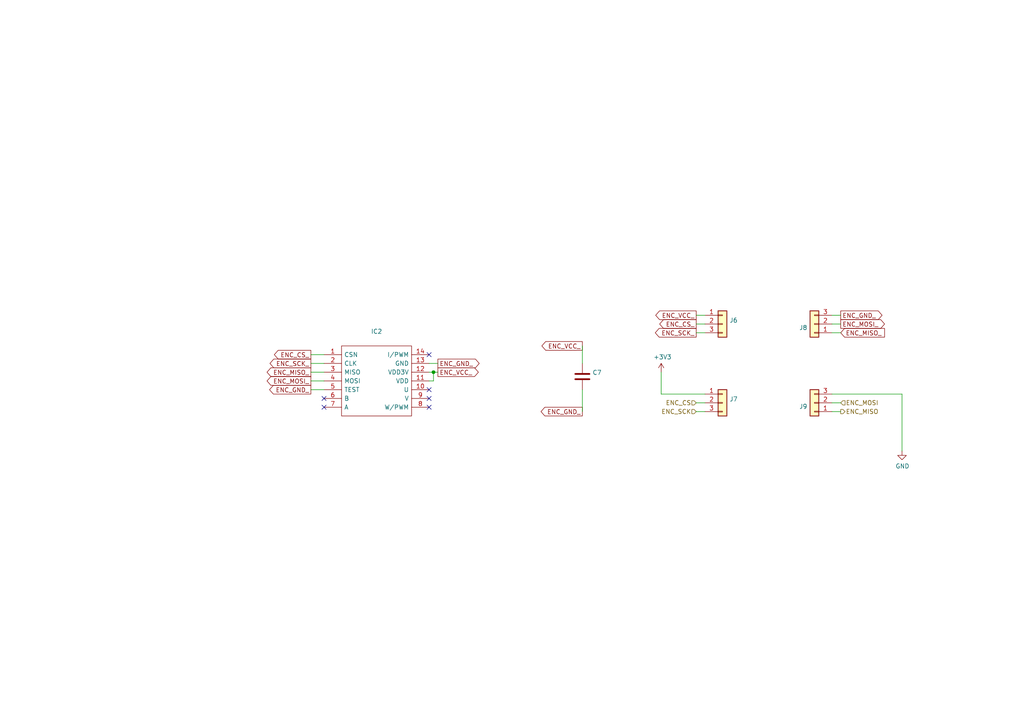
<source format=kicad_sch>
(kicad_sch (version 20211123) (generator eeschema)
  (paper "A4")
  (lib_symbols
    (symbol "Connector_Generic:Conn_01x03" (pin_names (offset 1.016) hide)
      (property "Reference" "J" (at 0 5.08 0))
      (property "Value" "Conn_01x03" (at 0 -5.08 0))
      (symbol "Conn_01x03_1_1"
        (rectangle (start -1.27 -2.413) (end 0 -2.667) (stroke (width 0.1524)))
        (rectangle (start -1.27 0.127) (end 0 -0.127) (stroke (width 0.1524)))
        (rectangle (start -1.27 2.667) (end 0 2.413) (stroke (width 0.1524)))
        (rectangle (start -1.27 3.81) (end 1.27 -3.81) (stroke (width 0.254)) (fill (type background)))
        (pin passive line (at -5.08 2.54 0) (length 3.81) (name "Pin_1") (number "1"))
        (pin passive line (at -5.08 0 0) (length 3.81) (name "Pin_2") (number "2"))
        (pin passive line (at -5.08 -2.54 0) (length 3.81) (name "Pin_3") (number "3"))
      )
    )
    (symbol "Device:C" (pin_numbers hide) (pin_names (offset 0.254))
      (property "Reference" "C" (at 0.635 2.54 0))
      (property "Value" "C" (at 0.635 -2.54 0))
      (symbol "C_0_1"
        (polyline (pts (xy -2.032 -0.762) (xy 2.032 -0.762)) (stroke (width 0.508)))
        (polyline (pts (xy -2.032 0.762) (xy 2.032 0.762)) (stroke (width 0.508)))
      )
      (symbol "C_1_1"
        (pin passive line (at 0 3.81 270) (length 2.794) (name "~") (number "1"))
        (pin passive line (at 0 -3.81 90) (length 2.794) (name "~") (number "2"))
      )
    )
    (symbol "lapis-rescue:AS5047P-ATSM-SamacSys_Parts" (pin_names (offset 0.762))
      (property "Reference" "IC" (at 26.67 7.62 0))
      (property "Value" "AS5047P-ATSM-SamacSys_Parts" (at 26.67 5.08 0))
      (symbol "AS5047P-ATSM-SamacSys_Parts_0_0"
        (pin passive line (at 0 0 0) (length 5.08) (name "CSN") (number "1"))
        (pin passive line (at 30.48 -10.16 180) (length 5.08) (name "U") (number "10"))
        (pin passive line (at 30.48 -7.62 180) (length 5.08) (name "VDD") (number "11"))
        (pin passive line (at 30.48 -5.08 180) (length 5.08) (name "VDD3V") (number "12"))
        (pin passive line (at 30.48 -2.54 180) (length 5.08) (name "GND") (number "13"))
        (pin passive line (at 30.48 0 180) (length 5.08) (name "I/PWM") (number "14"))
        (pin passive line (at 0 -2.54 0) (length 5.08) (name "CLK") (number "2"))
        (pin passive line (at 0 -5.08 0) (length 5.08) (name "MISO") (number "3"))
        (pin passive line (at 0 -7.62 0) (length 5.08) (name "MOSI") (number "4"))
        (pin passive line (at 0 -10.16 0) (length 5.08) (name "TEST") (number "5"))
        (pin passive line (at 0 -12.7 0) (length 5.08) (name "B") (number "6"))
        (pin passive line (at 0 -15.24 0) (length 5.08) (name "A") (number "7"))
        (pin passive line (at 30.48 -15.24 180) (length 5.08) (name "W/PWM") (number "8"))
        (pin passive line (at 30.48 -12.7 180) (length 5.08) (name "V") (number "9"))
      )
      (symbol "AS5047P-ATSM-SamacSys_Parts_0_1"
        (polyline (pts (xy 5.08 2.54) (xy 25.4 2.54) (xy 25.4 -17.78) (xy 5.08 -17.78) (xy 5.08 2.54)) (stroke (width 0.1524)))
      )
    )
    (symbol "power:+3.3V" (power) (pin_names (offset 0))
      (property "Value" "+3.3V" (at 0 3.556 0))
      (symbol "+3.3V_0_1"
        (polyline (pts (xy -0.762 1.27) (xy 0 2.54)))
        (polyline (pts (xy 0 0) (xy 0 2.54)))
        (polyline (pts (xy 0 2.54) (xy 0.762 1.27)))
      )
      (symbol "+3.3V_1_1"
        (pin power_in line (at 0 0 90) (length 0) hide (name "+3V3") (number "1"))
      )
    )
    (symbol "power:GND" (power) (pin_names (offset 0))
      (property "Value" "GND" (at 0 -3.81 0))
      (symbol "GND_0_1"
        (polyline (pts (xy 0 0) (xy 0 -1.27) (xy 1.27 -1.27) (xy 0 -2.54) (xy -1.27 -1.27) (xy 0 -1.27)))
      )
      (symbol "GND_1_1"
        (pin power_in line (at 0 0 270) (length 0) hide (name "GND") (number "1"))
      )
    )
  )
  (junction (at 125.73 107.95))
  (no_connect (at 93.98 118.11))
  (no_connect (at 124.46 102.87))
  (no_connect (at 124.46 113.03))
  (no_connect (at 124.46 115.57))
  (no_connect (at 124.46 118.11))
  (no_connect (at 93.98 115.57))
  (wire (pts (xy 93.98 107.95) (xy 90.17 107.95)))
  (wire (pts (xy 93.98 113.03) (xy 90.17 113.03)))
  (wire (pts (xy 93.98 102.87) (xy 90.17 102.87)))
  (wire (pts (xy 93.98 110.49) (xy 90.17 110.49)))
  (wire (pts (xy 204.47 91.44) (xy 201.93 91.44)))
  (wire (pts (xy 241.3 96.52) (xy 243.84 96.52)))
  (wire (pts (xy 191.77 114.3) (xy 204.47 114.3)))
  (wire (pts (xy 168.91 113.03) (xy 168.91 119.38)))
  (wire (pts (xy 241.3 114.3) (xy 261.62 114.3)))
  (wire (pts (xy 124.46 110.49) (xy 125.73 110.49)))
  (wire (pts (xy 191.77 107.95) (xy 191.77 114.3)))
  (wire (pts (xy 204.47 116.84) (xy 201.93 116.84)))
  (wire (pts (xy 241.3 91.44) (xy 243.84 91.44)))
  (wire (pts (xy 124.46 105.41) (xy 127 105.41)))
  (wire (pts (xy 241.3 93.98) (xy 243.84 93.98)))
  (wire (pts (xy 124.46 107.95) (xy 125.73 107.95)))
  (wire (pts (xy 204.47 93.98) (xy 201.93 93.98)))
  (wire (pts (xy 241.3 116.84) (xy 243.84 116.84)))
  (wire (pts (xy 93.98 105.41) (xy 90.17 105.41)))
  (wire (pts (xy 125.73 110.49) (xy 125.73 107.95)))
  (wire (pts (xy 204.47 96.52) (xy 201.93 96.52)))
  (wire (pts (xy 241.3 119.38) (xy 243.84 119.38)))
  (wire (pts (xy 168.91 105.41) (xy 168.91 100.33)))
  (wire (pts (xy 125.73 107.95) (xy 127 107.95)))
  (wire (pts (xy 261.62 114.3) (xy 261.62 130.81)))
  (wire (pts (xy 204.47 119.38) (xy 201.93 119.38)))
  (global_label "ENC_VCC_" (shape output) (at 168.91 100.33 180) (property "Intersheet References" "${INTERSHEET_REFS}" (effects hide)))
  (global_label "ENC_CS_" (shape output) (at 90.17 102.87 180) (property "Intersheet References" "${INTERSHEET_REFS}" (effects hide)))
  (global_label "ENC_SCK_" (shape output) (at 90.17 105.41 180) (property "Intersheet References" "${INTERSHEET_REFS}" (effects hide)))
  (global_label "ENC_VCC_" (shape output) (at 201.93 91.44 180) (property "Intersheet References" "${INTERSHEET_REFS}" (effects hide)))
  (global_label "ENC_VCC_" (shape output) (at 127 107.95 0) (property "Intersheet References" "${INTERSHEET_REFS}" (effects hide)))
  (global_label "ENC_MOSI_" (shape output) (at 90.17 110.49 180) (property "Intersheet References" "${INTERSHEET_REFS}" (effects hide)))
  (global_label "ENC_MISO_" (shape input) (at 243.84 96.52 0) (property "Intersheet References" "${INTERSHEET_REFS}" (effects hide)))
  (global_label "ENC_GND_" (shape output) (at 168.91 119.38 180) (property "Intersheet References" "${INTERSHEET_REFS}" (effects hide)))
  (global_label "ENC_MOSI_" (shape output) (at 243.84 93.98 0) (property "Intersheet References" "${INTERSHEET_REFS}" (effects hide)))
  (global_label "ENC_CS_" (shape output) (at 201.93 93.98 180) (property "Intersheet References" "${INTERSHEET_REFS}" (effects hide)))
  (global_label "ENC_SCK_" (shape output) (at 201.93 96.52 180) (property "Intersheet References" "${INTERSHEET_REFS}" (effects hide)))
  (global_label "ENC_GND_" (shape output) (at 127 105.41 0) (property "Intersheet References" "${INTERSHEET_REFS}" (effects hide)))
  (global_label "ENC_MISO_" (shape output) (at 90.17 107.95 180) (property "Intersheet References" "${INTERSHEET_REFS}" (effects hide)))
  (global_label "ENC_GND_" (shape output) (at 243.84 91.44 0) (property "Intersheet References" "${INTERSHEET_REFS}" (effects hide)))
  (global_label "ENC_GND_" (shape output) (at 90.17 113.03 180) (property "Intersheet References" "${INTERSHEET_REFS}" (effects hide)))
  (hierarchical_label "ENC_SCK" (shape input) (at 201.93 119.38 180))
  (hierarchical_label "ENC_MISO" (shape output) (at 243.84 119.38 0))
  (hierarchical_label "ENC_MOSI" (shape input) (at 243.84 116.84 0))
  (hierarchical_label "ENC_CS" (shape input) (at 201.93 116.84 180))
  (symbol (lib_id "lapis-rescue:AS5047P-ATSM-SamacSys_Parts") (at 93.98 102.87 0) (unit 1)
    (property "Reference" "IC2" (at 109.22 96.139 0))
    (property "Datasheet" "http://ams.com/eng/content/download/725051/1853902/379375" (effects hide))
    (property "Description" "Board Mount Hall Effect / Magnetic Sensors 14 bit core res Up to 28krpm" (effects hide))
    (property "Height" "1.2" (effects hide))
    (property "Mouser Part Number" "985-AS5047P-ATSM" (effects hide))
    (property "Mouser Price/Stock" "https://www.mouser.co.uk/ProductDetail/ams/AS5047P-ATSM?qs=cGEy3R83DS8fzNOVLHtOgg%3D%3D" (effects hide))
    (property "Manufacturer_Name" "ams" (effects hide))
    (property "Manufacturer_Part_Number" "AS5047P-ATSM" (effects hide))
  )
  (symbol (lib_id "Device:C") (at 168.91 109.22 0) (unit 1)
    (property "Reference" "C7" (at 171.831 108.0516 0) (effects (justify left)))
  )
  (symbol (lib_id "power:+3.3V") (at 191.77 107.95 0) (unit 1)
    (property "Reference" "#PWR0161" (effects hide))
  )
  (symbol (lib_id "power:GND") (at 261.62 130.81 0) (unit 1)
    (property "Reference" "#PWR0162" (effects hide))
  )
  (symbol (lib_id "Connector_Generic:Conn_01x03") (at 209.55 93.98 0) (unit 1)
    (property "Reference" "J6" (at 211.582 92.9132 0) (effects (justify left)))
  )
  (symbol (lib_id "Connector_Generic:Conn_01x03") (at 236.22 93.98 180) (unit 1)
    (property "Reference" "J8" (at 234.188 95.0468 0) (effects (justify left)))
  )
  (symbol (lib_id "Connector_Generic:Conn_01x03") (at 209.55 116.84 0) (unit 1)
    (property "Reference" "J7" (at 211.582 115.7732 0) (effects (justify left)))
  )
  (symbol (lib_id "Connector_Generic:Conn_01x03") (at 236.22 116.84 180) (unit 1)
    (property "Reference" "J9" (at 234.188 117.9068 0) (effects (justify left)))
  )
)
</source>
